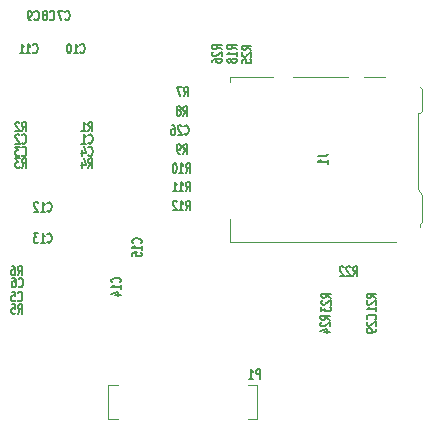
<source format=gbr>
%TF.GenerationSoftware,KiCad,Pcbnew,7.0.6*%
%TF.CreationDate,2023-09-15T14:04:58+02:00*%
%TF.ProjectId,V8,56382e6b-6963-4616-945f-706362585858,rev?*%
%TF.SameCoordinates,Original*%
%TF.FileFunction,Legend,Bot*%
%TF.FilePolarity,Positive*%
%FSLAX46Y46*%
G04 Gerber Fmt 4.6, Leading zero omitted, Abs format (unit mm)*
G04 Created by KiCad (PCBNEW 7.0.6) date 2023-09-15 14:04:58*
%MOMM*%
%LPD*%
G01*
G04 APERTURE LIST*
%ADD10C,0.150000*%
%ADD11C,0.120000*%
%ADD12C,0.100000*%
G04 APERTURE END LIST*
D10*
X153312295Y-84014285D02*
X152931342Y-83814285D01*
X153312295Y-83671428D02*
X152512295Y-83671428D01*
X152512295Y-83671428D02*
X152512295Y-83899999D01*
X152512295Y-83899999D02*
X152550390Y-83957142D01*
X152550390Y-83957142D02*
X152588485Y-83985713D01*
X152588485Y-83985713D02*
X152664676Y-84014285D01*
X152664676Y-84014285D02*
X152778961Y-84014285D01*
X152778961Y-84014285D02*
X152855152Y-83985713D01*
X152855152Y-83985713D02*
X152893247Y-83957142D01*
X152893247Y-83957142D02*
X152931342Y-83899999D01*
X152931342Y-83899999D02*
X152931342Y-83671428D01*
X152588485Y-84242856D02*
X152550390Y-84271428D01*
X152550390Y-84271428D02*
X152512295Y-84328571D01*
X152512295Y-84328571D02*
X152512295Y-84471428D01*
X152512295Y-84471428D02*
X152550390Y-84528571D01*
X152550390Y-84528571D02*
X152588485Y-84557142D01*
X152588485Y-84557142D02*
X152664676Y-84585713D01*
X152664676Y-84585713D02*
X152740866Y-84585713D01*
X152740866Y-84585713D02*
X152855152Y-84557142D01*
X152855152Y-84557142D02*
X153312295Y-84214285D01*
X153312295Y-84214285D02*
X153312295Y-84585713D01*
X152512295Y-85100000D02*
X152512295Y-84985714D01*
X152512295Y-84985714D02*
X152550390Y-84928571D01*
X152550390Y-84928571D02*
X152588485Y-84900000D01*
X152588485Y-84900000D02*
X152702771Y-84842857D01*
X152702771Y-84842857D02*
X152855152Y-84814285D01*
X152855152Y-84814285D02*
X153159914Y-84814285D01*
X153159914Y-84814285D02*
X153236104Y-84842857D01*
X153236104Y-84842857D02*
X153274200Y-84871428D01*
X153274200Y-84871428D02*
X153312295Y-84928571D01*
X153312295Y-84928571D02*
X153312295Y-85042857D01*
X153312295Y-85042857D02*
X153274200Y-85100000D01*
X153274200Y-85100000D02*
X153236104Y-85128571D01*
X153236104Y-85128571D02*
X153159914Y-85157142D01*
X153159914Y-85157142D02*
X152969438Y-85157142D01*
X152969438Y-85157142D02*
X152893247Y-85128571D01*
X152893247Y-85128571D02*
X152855152Y-85100000D01*
X152855152Y-85100000D02*
X152817057Y-85042857D01*
X152817057Y-85042857D02*
X152817057Y-84928571D01*
X152817057Y-84928571D02*
X152855152Y-84871428D01*
X152855152Y-84871428D02*
X152893247Y-84842857D01*
X152893247Y-84842857D02*
X152969438Y-84814285D01*
X154562295Y-84014285D02*
X154181342Y-83814285D01*
X154562295Y-83671428D02*
X153762295Y-83671428D01*
X153762295Y-83671428D02*
X153762295Y-83899999D01*
X153762295Y-83899999D02*
X153800390Y-83957142D01*
X153800390Y-83957142D02*
X153838485Y-83985713D01*
X153838485Y-83985713D02*
X153914676Y-84014285D01*
X153914676Y-84014285D02*
X154028961Y-84014285D01*
X154028961Y-84014285D02*
X154105152Y-83985713D01*
X154105152Y-83985713D02*
X154143247Y-83957142D01*
X154143247Y-83957142D02*
X154181342Y-83899999D01*
X154181342Y-83899999D02*
X154181342Y-83671428D01*
X154562295Y-84585713D02*
X154562295Y-84242856D01*
X154562295Y-84414285D02*
X153762295Y-84414285D01*
X153762295Y-84414285D02*
X153876580Y-84357142D01*
X153876580Y-84357142D02*
X153952771Y-84299999D01*
X153952771Y-84299999D02*
X153990866Y-84242856D01*
X154105152Y-84928571D02*
X154067057Y-84871428D01*
X154067057Y-84871428D02*
X154028961Y-84842857D01*
X154028961Y-84842857D02*
X153952771Y-84814285D01*
X153952771Y-84814285D02*
X153914676Y-84814285D01*
X153914676Y-84814285D02*
X153838485Y-84842857D01*
X153838485Y-84842857D02*
X153800390Y-84871428D01*
X153800390Y-84871428D02*
X153762295Y-84928571D01*
X153762295Y-84928571D02*
X153762295Y-85042857D01*
X153762295Y-85042857D02*
X153800390Y-85100000D01*
X153800390Y-85100000D02*
X153838485Y-85128571D01*
X153838485Y-85128571D02*
X153914676Y-85157142D01*
X153914676Y-85157142D02*
X153952771Y-85157142D01*
X153952771Y-85157142D02*
X154028961Y-85128571D01*
X154028961Y-85128571D02*
X154067057Y-85100000D01*
X154067057Y-85100000D02*
X154105152Y-85042857D01*
X154105152Y-85042857D02*
X154105152Y-84928571D01*
X154105152Y-84928571D02*
X154143247Y-84871428D01*
X154143247Y-84871428D02*
X154181342Y-84842857D01*
X154181342Y-84842857D02*
X154257533Y-84814285D01*
X154257533Y-84814285D02*
X154409914Y-84814285D01*
X154409914Y-84814285D02*
X154486104Y-84842857D01*
X154486104Y-84842857D02*
X154524200Y-84871428D01*
X154524200Y-84871428D02*
X154562295Y-84928571D01*
X154562295Y-84928571D02*
X154562295Y-85042857D01*
X154562295Y-85042857D02*
X154524200Y-85100000D01*
X154524200Y-85100000D02*
X154486104Y-85128571D01*
X154486104Y-85128571D02*
X154409914Y-85157142D01*
X154409914Y-85157142D02*
X154257533Y-85157142D01*
X154257533Y-85157142D02*
X154181342Y-85128571D01*
X154181342Y-85128571D02*
X154143247Y-85100000D01*
X154143247Y-85100000D02*
X154105152Y-85042857D01*
X136399999Y-90962295D02*
X136599999Y-90581342D01*
X136742856Y-90962295D02*
X136742856Y-90162295D01*
X136742856Y-90162295D02*
X136514285Y-90162295D01*
X136514285Y-90162295D02*
X136457142Y-90200390D01*
X136457142Y-90200390D02*
X136428571Y-90238485D01*
X136428571Y-90238485D02*
X136399999Y-90314676D01*
X136399999Y-90314676D02*
X136399999Y-90428961D01*
X136399999Y-90428961D02*
X136428571Y-90505152D01*
X136428571Y-90505152D02*
X136457142Y-90543247D01*
X136457142Y-90543247D02*
X136514285Y-90581342D01*
X136514285Y-90581342D02*
X136742856Y-90581342D01*
X136171428Y-90238485D02*
X136142856Y-90200390D01*
X136142856Y-90200390D02*
X136085714Y-90162295D01*
X136085714Y-90162295D02*
X135942856Y-90162295D01*
X135942856Y-90162295D02*
X135885714Y-90200390D01*
X135885714Y-90200390D02*
X135857142Y-90238485D01*
X135857142Y-90238485D02*
X135828571Y-90314676D01*
X135828571Y-90314676D02*
X135828571Y-90390866D01*
X135828571Y-90390866D02*
X135857142Y-90505152D01*
X135857142Y-90505152D02*
X136199999Y-90962295D01*
X136199999Y-90962295D02*
X135828571Y-90962295D01*
X150135714Y-91186104D02*
X150164286Y-91224200D01*
X150164286Y-91224200D02*
X150250000Y-91262295D01*
X150250000Y-91262295D02*
X150307143Y-91262295D01*
X150307143Y-91262295D02*
X150392857Y-91224200D01*
X150392857Y-91224200D02*
X150450000Y-91148009D01*
X150450000Y-91148009D02*
X150478571Y-91071819D01*
X150478571Y-91071819D02*
X150507143Y-90919438D01*
X150507143Y-90919438D02*
X150507143Y-90805152D01*
X150507143Y-90805152D02*
X150478571Y-90652771D01*
X150478571Y-90652771D02*
X150450000Y-90576580D01*
X150450000Y-90576580D02*
X150392857Y-90500390D01*
X150392857Y-90500390D02*
X150307143Y-90462295D01*
X150307143Y-90462295D02*
X150250000Y-90462295D01*
X150250000Y-90462295D02*
X150164286Y-90500390D01*
X150164286Y-90500390D02*
X150135714Y-90538485D01*
X149907143Y-90538485D02*
X149878571Y-90500390D01*
X149878571Y-90500390D02*
X149821429Y-90462295D01*
X149821429Y-90462295D02*
X149678571Y-90462295D01*
X149678571Y-90462295D02*
X149621429Y-90500390D01*
X149621429Y-90500390D02*
X149592857Y-90538485D01*
X149592857Y-90538485D02*
X149564286Y-90614676D01*
X149564286Y-90614676D02*
X149564286Y-90690866D01*
X149564286Y-90690866D02*
X149592857Y-90805152D01*
X149592857Y-90805152D02*
X149935714Y-91262295D01*
X149935714Y-91262295D02*
X149564286Y-91262295D01*
X149050000Y-90462295D02*
X149164285Y-90462295D01*
X149164285Y-90462295D02*
X149221428Y-90500390D01*
X149221428Y-90500390D02*
X149250000Y-90538485D01*
X149250000Y-90538485D02*
X149307142Y-90652771D01*
X149307142Y-90652771D02*
X149335714Y-90805152D01*
X149335714Y-90805152D02*
X149335714Y-91109914D01*
X149335714Y-91109914D02*
X149307142Y-91186104D01*
X149307142Y-91186104D02*
X149278571Y-91224200D01*
X149278571Y-91224200D02*
X149221428Y-91262295D01*
X149221428Y-91262295D02*
X149107142Y-91262295D01*
X149107142Y-91262295D02*
X149050000Y-91224200D01*
X149050000Y-91224200D02*
X149021428Y-91186104D01*
X149021428Y-91186104D02*
X148992857Y-91109914D01*
X148992857Y-91109914D02*
X148992857Y-90919438D01*
X148992857Y-90919438D02*
X149021428Y-90843247D01*
X149021428Y-90843247D02*
X149050000Y-90805152D01*
X149050000Y-90805152D02*
X149107142Y-90767057D01*
X149107142Y-90767057D02*
X149221428Y-90767057D01*
X149221428Y-90767057D02*
X149278571Y-90805152D01*
X149278571Y-90805152D02*
X149307142Y-90843247D01*
X149307142Y-90843247D02*
X149335714Y-90919438D01*
X141999999Y-90962295D02*
X142199999Y-90581342D01*
X142342856Y-90962295D02*
X142342856Y-90162295D01*
X142342856Y-90162295D02*
X142114285Y-90162295D01*
X142114285Y-90162295D02*
X142057142Y-90200390D01*
X142057142Y-90200390D02*
X142028571Y-90238485D01*
X142028571Y-90238485D02*
X141999999Y-90314676D01*
X141999999Y-90314676D02*
X141999999Y-90428961D01*
X141999999Y-90428961D02*
X142028571Y-90505152D01*
X142028571Y-90505152D02*
X142057142Y-90543247D01*
X142057142Y-90543247D02*
X142114285Y-90581342D01*
X142114285Y-90581342D02*
X142342856Y-90581342D01*
X141428571Y-90962295D02*
X141771428Y-90962295D01*
X141599999Y-90962295D02*
X141599999Y-90162295D01*
X141599999Y-90162295D02*
X141657142Y-90276580D01*
X141657142Y-90276580D02*
X141714285Y-90352771D01*
X141714285Y-90352771D02*
X141771428Y-90390866D01*
X136049999Y-105286104D02*
X136078571Y-105324200D01*
X136078571Y-105324200D02*
X136164285Y-105362295D01*
X136164285Y-105362295D02*
X136221428Y-105362295D01*
X136221428Y-105362295D02*
X136307142Y-105324200D01*
X136307142Y-105324200D02*
X136364285Y-105248009D01*
X136364285Y-105248009D02*
X136392856Y-105171819D01*
X136392856Y-105171819D02*
X136421428Y-105019438D01*
X136421428Y-105019438D02*
X136421428Y-104905152D01*
X136421428Y-104905152D02*
X136392856Y-104752771D01*
X136392856Y-104752771D02*
X136364285Y-104676580D01*
X136364285Y-104676580D02*
X136307142Y-104600390D01*
X136307142Y-104600390D02*
X136221428Y-104562295D01*
X136221428Y-104562295D02*
X136164285Y-104562295D01*
X136164285Y-104562295D02*
X136078571Y-104600390D01*
X136078571Y-104600390D02*
X136049999Y-104638485D01*
X135507142Y-104562295D02*
X135792856Y-104562295D01*
X135792856Y-104562295D02*
X135821428Y-104943247D01*
X135821428Y-104943247D02*
X135792856Y-104905152D01*
X135792856Y-104905152D02*
X135735714Y-104867057D01*
X135735714Y-104867057D02*
X135592856Y-104867057D01*
X135592856Y-104867057D02*
X135535714Y-104905152D01*
X135535714Y-104905152D02*
X135507142Y-104943247D01*
X135507142Y-104943247D02*
X135478571Y-105019438D01*
X135478571Y-105019438D02*
X135478571Y-105209914D01*
X135478571Y-105209914D02*
X135507142Y-105286104D01*
X135507142Y-105286104D02*
X135535714Y-105324200D01*
X135535714Y-105324200D02*
X135592856Y-105362295D01*
X135592856Y-105362295D02*
X135735714Y-105362295D01*
X135735714Y-105362295D02*
X135792856Y-105324200D01*
X135792856Y-105324200D02*
X135821428Y-105286104D01*
X146436104Y-100414285D02*
X146474200Y-100385713D01*
X146474200Y-100385713D02*
X146512295Y-100299999D01*
X146512295Y-100299999D02*
X146512295Y-100242856D01*
X146512295Y-100242856D02*
X146474200Y-100157142D01*
X146474200Y-100157142D02*
X146398009Y-100099999D01*
X146398009Y-100099999D02*
X146321819Y-100071428D01*
X146321819Y-100071428D02*
X146169438Y-100042856D01*
X146169438Y-100042856D02*
X146055152Y-100042856D01*
X146055152Y-100042856D02*
X145902771Y-100071428D01*
X145902771Y-100071428D02*
X145826580Y-100099999D01*
X145826580Y-100099999D02*
X145750390Y-100157142D01*
X145750390Y-100157142D02*
X145712295Y-100242856D01*
X145712295Y-100242856D02*
X145712295Y-100299999D01*
X145712295Y-100299999D02*
X145750390Y-100385713D01*
X145750390Y-100385713D02*
X145788485Y-100414285D01*
X146512295Y-100985713D02*
X146512295Y-100642856D01*
X146512295Y-100814285D02*
X145712295Y-100814285D01*
X145712295Y-100814285D02*
X145826580Y-100757142D01*
X145826580Y-100757142D02*
X145902771Y-100699999D01*
X145902771Y-100699999D02*
X145940866Y-100642856D01*
X145712295Y-101528571D02*
X145712295Y-101242857D01*
X145712295Y-101242857D02*
X146093247Y-101214285D01*
X146093247Y-101214285D02*
X146055152Y-101242857D01*
X146055152Y-101242857D02*
X146017057Y-101300000D01*
X146017057Y-101300000D02*
X146017057Y-101442857D01*
X146017057Y-101442857D02*
X146055152Y-101500000D01*
X146055152Y-101500000D02*
X146093247Y-101528571D01*
X146093247Y-101528571D02*
X146169438Y-101557142D01*
X146169438Y-101557142D02*
X146359914Y-101557142D01*
X146359914Y-101557142D02*
X146436104Y-101528571D01*
X146436104Y-101528571D02*
X146474200Y-101500000D01*
X146474200Y-101500000D02*
X146512295Y-101442857D01*
X146512295Y-101442857D02*
X146512295Y-101300000D01*
X146512295Y-101300000D02*
X146474200Y-101242857D01*
X146474200Y-101242857D02*
X146436104Y-101214285D01*
X150285714Y-96062295D02*
X150485714Y-95681342D01*
X150628571Y-96062295D02*
X150628571Y-95262295D01*
X150628571Y-95262295D02*
X150400000Y-95262295D01*
X150400000Y-95262295D02*
X150342857Y-95300390D01*
X150342857Y-95300390D02*
X150314286Y-95338485D01*
X150314286Y-95338485D02*
X150285714Y-95414676D01*
X150285714Y-95414676D02*
X150285714Y-95528961D01*
X150285714Y-95528961D02*
X150314286Y-95605152D01*
X150314286Y-95605152D02*
X150342857Y-95643247D01*
X150342857Y-95643247D02*
X150400000Y-95681342D01*
X150400000Y-95681342D02*
X150628571Y-95681342D01*
X149714286Y-96062295D02*
X150057143Y-96062295D01*
X149885714Y-96062295D02*
X149885714Y-95262295D01*
X149885714Y-95262295D02*
X149942857Y-95376580D01*
X149942857Y-95376580D02*
X150000000Y-95452771D01*
X150000000Y-95452771D02*
X150057143Y-95490866D01*
X149142857Y-96062295D02*
X149485714Y-96062295D01*
X149314285Y-96062295D02*
X149314285Y-95262295D01*
X149314285Y-95262295D02*
X149371428Y-95376580D01*
X149371428Y-95376580D02*
X149428571Y-95452771D01*
X149428571Y-95452771D02*
X149485714Y-95490866D01*
X136049999Y-103162295D02*
X136249999Y-102781342D01*
X136392856Y-103162295D02*
X136392856Y-102362295D01*
X136392856Y-102362295D02*
X136164285Y-102362295D01*
X136164285Y-102362295D02*
X136107142Y-102400390D01*
X136107142Y-102400390D02*
X136078571Y-102438485D01*
X136078571Y-102438485D02*
X136049999Y-102514676D01*
X136049999Y-102514676D02*
X136049999Y-102628961D01*
X136049999Y-102628961D02*
X136078571Y-102705152D01*
X136078571Y-102705152D02*
X136107142Y-102743247D01*
X136107142Y-102743247D02*
X136164285Y-102781342D01*
X136164285Y-102781342D02*
X136392856Y-102781342D01*
X135535714Y-102362295D02*
X135649999Y-102362295D01*
X135649999Y-102362295D02*
X135707142Y-102400390D01*
X135707142Y-102400390D02*
X135735714Y-102438485D01*
X135735714Y-102438485D02*
X135792856Y-102552771D01*
X135792856Y-102552771D02*
X135821428Y-102705152D01*
X135821428Y-102705152D02*
X135821428Y-103009914D01*
X135821428Y-103009914D02*
X135792856Y-103086104D01*
X135792856Y-103086104D02*
X135764285Y-103124200D01*
X135764285Y-103124200D02*
X135707142Y-103162295D01*
X135707142Y-103162295D02*
X135592856Y-103162295D01*
X135592856Y-103162295D02*
X135535714Y-103124200D01*
X135535714Y-103124200D02*
X135507142Y-103086104D01*
X135507142Y-103086104D02*
X135478571Y-103009914D01*
X135478571Y-103009914D02*
X135478571Y-102819438D01*
X135478571Y-102819438D02*
X135507142Y-102743247D01*
X135507142Y-102743247D02*
X135535714Y-102705152D01*
X135535714Y-102705152D02*
X135592856Y-102667057D01*
X135592856Y-102667057D02*
X135707142Y-102667057D01*
X135707142Y-102667057D02*
X135764285Y-102705152D01*
X135764285Y-102705152D02*
X135792856Y-102743247D01*
X135792856Y-102743247D02*
X135821428Y-102819438D01*
X138749999Y-81486104D02*
X138778571Y-81524200D01*
X138778571Y-81524200D02*
X138864285Y-81562295D01*
X138864285Y-81562295D02*
X138921428Y-81562295D01*
X138921428Y-81562295D02*
X139007142Y-81524200D01*
X139007142Y-81524200D02*
X139064285Y-81448009D01*
X139064285Y-81448009D02*
X139092856Y-81371819D01*
X139092856Y-81371819D02*
X139121428Y-81219438D01*
X139121428Y-81219438D02*
X139121428Y-81105152D01*
X139121428Y-81105152D02*
X139092856Y-80952771D01*
X139092856Y-80952771D02*
X139064285Y-80876580D01*
X139064285Y-80876580D02*
X139007142Y-80800390D01*
X139007142Y-80800390D02*
X138921428Y-80762295D01*
X138921428Y-80762295D02*
X138864285Y-80762295D01*
X138864285Y-80762295D02*
X138778571Y-80800390D01*
X138778571Y-80800390D02*
X138749999Y-80838485D01*
X138407142Y-81105152D02*
X138464285Y-81067057D01*
X138464285Y-81067057D02*
X138492856Y-81028961D01*
X138492856Y-81028961D02*
X138521428Y-80952771D01*
X138521428Y-80952771D02*
X138521428Y-80914676D01*
X138521428Y-80914676D02*
X138492856Y-80838485D01*
X138492856Y-80838485D02*
X138464285Y-80800390D01*
X138464285Y-80800390D02*
X138407142Y-80762295D01*
X138407142Y-80762295D02*
X138292856Y-80762295D01*
X138292856Y-80762295D02*
X138235714Y-80800390D01*
X138235714Y-80800390D02*
X138207142Y-80838485D01*
X138207142Y-80838485D02*
X138178571Y-80914676D01*
X138178571Y-80914676D02*
X138178571Y-80952771D01*
X138178571Y-80952771D02*
X138207142Y-81028961D01*
X138207142Y-81028961D02*
X138235714Y-81067057D01*
X138235714Y-81067057D02*
X138292856Y-81105152D01*
X138292856Y-81105152D02*
X138407142Y-81105152D01*
X138407142Y-81105152D02*
X138464285Y-81143247D01*
X138464285Y-81143247D02*
X138492856Y-81181342D01*
X138492856Y-81181342D02*
X138521428Y-81257533D01*
X138521428Y-81257533D02*
X138521428Y-81409914D01*
X138521428Y-81409914D02*
X138492856Y-81486104D01*
X138492856Y-81486104D02*
X138464285Y-81524200D01*
X138464285Y-81524200D02*
X138407142Y-81562295D01*
X138407142Y-81562295D02*
X138292856Y-81562295D01*
X138292856Y-81562295D02*
X138235714Y-81524200D01*
X138235714Y-81524200D02*
X138207142Y-81486104D01*
X138207142Y-81486104D02*
X138178571Y-81409914D01*
X138178571Y-81409914D02*
X138178571Y-81257533D01*
X138178571Y-81257533D02*
X138207142Y-81181342D01*
X138207142Y-81181342D02*
X138235714Y-81143247D01*
X138235714Y-81143247D02*
X138292856Y-81105152D01*
X136399999Y-94062295D02*
X136599999Y-93681342D01*
X136742856Y-94062295D02*
X136742856Y-93262295D01*
X136742856Y-93262295D02*
X136514285Y-93262295D01*
X136514285Y-93262295D02*
X136457142Y-93300390D01*
X136457142Y-93300390D02*
X136428571Y-93338485D01*
X136428571Y-93338485D02*
X136399999Y-93414676D01*
X136399999Y-93414676D02*
X136399999Y-93528961D01*
X136399999Y-93528961D02*
X136428571Y-93605152D01*
X136428571Y-93605152D02*
X136457142Y-93643247D01*
X136457142Y-93643247D02*
X136514285Y-93681342D01*
X136514285Y-93681342D02*
X136742856Y-93681342D01*
X136199999Y-93262295D02*
X135828571Y-93262295D01*
X135828571Y-93262295D02*
X136028571Y-93567057D01*
X136028571Y-93567057D02*
X135942856Y-93567057D01*
X135942856Y-93567057D02*
X135885714Y-93605152D01*
X135885714Y-93605152D02*
X135857142Y-93643247D01*
X135857142Y-93643247D02*
X135828571Y-93719438D01*
X135828571Y-93719438D02*
X135828571Y-93909914D01*
X135828571Y-93909914D02*
X135857142Y-93986104D01*
X135857142Y-93986104D02*
X135885714Y-94024200D01*
X135885714Y-94024200D02*
X135942856Y-94062295D01*
X135942856Y-94062295D02*
X136114285Y-94062295D01*
X136114285Y-94062295D02*
X136171428Y-94024200D01*
X136171428Y-94024200D02*
X136199999Y-93986104D01*
X136399999Y-92986104D02*
X136428571Y-93024200D01*
X136428571Y-93024200D02*
X136514285Y-93062295D01*
X136514285Y-93062295D02*
X136571428Y-93062295D01*
X136571428Y-93062295D02*
X136657142Y-93024200D01*
X136657142Y-93024200D02*
X136714285Y-92948009D01*
X136714285Y-92948009D02*
X136742856Y-92871819D01*
X136742856Y-92871819D02*
X136771428Y-92719438D01*
X136771428Y-92719438D02*
X136771428Y-92605152D01*
X136771428Y-92605152D02*
X136742856Y-92452771D01*
X136742856Y-92452771D02*
X136714285Y-92376580D01*
X136714285Y-92376580D02*
X136657142Y-92300390D01*
X136657142Y-92300390D02*
X136571428Y-92262295D01*
X136571428Y-92262295D02*
X136514285Y-92262295D01*
X136514285Y-92262295D02*
X136428571Y-92300390D01*
X136428571Y-92300390D02*
X136399999Y-92338485D01*
X136199999Y-92262295D02*
X135828571Y-92262295D01*
X135828571Y-92262295D02*
X136028571Y-92567057D01*
X136028571Y-92567057D02*
X135942856Y-92567057D01*
X135942856Y-92567057D02*
X135885714Y-92605152D01*
X135885714Y-92605152D02*
X135857142Y-92643247D01*
X135857142Y-92643247D02*
X135828571Y-92719438D01*
X135828571Y-92719438D02*
X135828571Y-92909914D01*
X135828571Y-92909914D02*
X135857142Y-92986104D01*
X135857142Y-92986104D02*
X135885714Y-93024200D01*
X135885714Y-93024200D02*
X135942856Y-93062295D01*
X135942856Y-93062295D02*
X136114285Y-93062295D01*
X136114285Y-93062295D02*
X136171428Y-93024200D01*
X136171428Y-93024200D02*
X136199999Y-92986104D01*
X141999999Y-92986104D02*
X142028571Y-93024200D01*
X142028571Y-93024200D02*
X142114285Y-93062295D01*
X142114285Y-93062295D02*
X142171428Y-93062295D01*
X142171428Y-93062295D02*
X142257142Y-93024200D01*
X142257142Y-93024200D02*
X142314285Y-92948009D01*
X142314285Y-92948009D02*
X142342856Y-92871819D01*
X142342856Y-92871819D02*
X142371428Y-92719438D01*
X142371428Y-92719438D02*
X142371428Y-92605152D01*
X142371428Y-92605152D02*
X142342856Y-92452771D01*
X142342856Y-92452771D02*
X142314285Y-92376580D01*
X142314285Y-92376580D02*
X142257142Y-92300390D01*
X142257142Y-92300390D02*
X142171428Y-92262295D01*
X142171428Y-92262295D02*
X142114285Y-92262295D01*
X142114285Y-92262295D02*
X142028571Y-92300390D01*
X142028571Y-92300390D02*
X141999999Y-92338485D01*
X141485714Y-92528961D02*
X141485714Y-93062295D01*
X141628571Y-92224200D02*
X141771428Y-92795628D01*
X141771428Y-92795628D02*
X141399999Y-92795628D01*
X150285714Y-97662295D02*
X150485714Y-97281342D01*
X150628571Y-97662295D02*
X150628571Y-96862295D01*
X150628571Y-96862295D02*
X150400000Y-96862295D01*
X150400000Y-96862295D02*
X150342857Y-96900390D01*
X150342857Y-96900390D02*
X150314286Y-96938485D01*
X150314286Y-96938485D02*
X150285714Y-97014676D01*
X150285714Y-97014676D02*
X150285714Y-97128961D01*
X150285714Y-97128961D02*
X150314286Y-97205152D01*
X150314286Y-97205152D02*
X150342857Y-97243247D01*
X150342857Y-97243247D02*
X150400000Y-97281342D01*
X150400000Y-97281342D02*
X150628571Y-97281342D01*
X149714286Y-97662295D02*
X150057143Y-97662295D01*
X149885714Y-97662295D02*
X149885714Y-96862295D01*
X149885714Y-96862295D02*
X149942857Y-96976580D01*
X149942857Y-96976580D02*
X150000000Y-97052771D01*
X150000000Y-97052771D02*
X150057143Y-97090866D01*
X149485714Y-96938485D02*
X149457142Y-96900390D01*
X149457142Y-96900390D02*
X149400000Y-96862295D01*
X149400000Y-96862295D02*
X149257142Y-96862295D01*
X149257142Y-96862295D02*
X149200000Y-96900390D01*
X149200000Y-96900390D02*
X149171428Y-96938485D01*
X149171428Y-96938485D02*
X149142857Y-97014676D01*
X149142857Y-97014676D02*
X149142857Y-97090866D01*
X149142857Y-97090866D02*
X149171428Y-97205152D01*
X149171428Y-97205152D02*
X149514285Y-97662295D01*
X149514285Y-97662295D02*
X149142857Y-97662295D01*
X161462295Y-93099999D02*
X162033723Y-93099999D01*
X162033723Y-93099999D02*
X162148009Y-93071428D01*
X162148009Y-93071428D02*
X162224200Y-93014285D01*
X162224200Y-93014285D02*
X162262295Y-92928571D01*
X162262295Y-92928571D02*
X162262295Y-92871428D01*
X162262295Y-93699999D02*
X162262295Y-93357142D01*
X162262295Y-93528571D02*
X161462295Y-93528571D01*
X161462295Y-93528571D02*
X161576580Y-93471428D01*
X161576580Y-93471428D02*
X161652771Y-93414285D01*
X161652771Y-93414285D02*
X161690866Y-93357142D01*
X136399999Y-91936104D02*
X136428571Y-91974200D01*
X136428571Y-91974200D02*
X136514285Y-92012295D01*
X136514285Y-92012295D02*
X136571428Y-92012295D01*
X136571428Y-92012295D02*
X136657142Y-91974200D01*
X136657142Y-91974200D02*
X136714285Y-91898009D01*
X136714285Y-91898009D02*
X136742856Y-91821819D01*
X136742856Y-91821819D02*
X136771428Y-91669438D01*
X136771428Y-91669438D02*
X136771428Y-91555152D01*
X136771428Y-91555152D02*
X136742856Y-91402771D01*
X136742856Y-91402771D02*
X136714285Y-91326580D01*
X136714285Y-91326580D02*
X136657142Y-91250390D01*
X136657142Y-91250390D02*
X136571428Y-91212295D01*
X136571428Y-91212295D02*
X136514285Y-91212295D01*
X136514285Y-91212295D02*
X136428571Y-91250390D01*
X136428571Y-91250390D02*
X136399999Y-91288485D01*
X136171428Y-91288485D02*
X136142856Y-91250390D01*
X136142856Y-91250390D02*
X136085714Y-91212295D01*
X136085714Y-91212295D02*
X135942856Y-91212295D01*
X135942856Y-91212295D02*
X135885714Y-91250390D01*
X135885714Y-91250390D02*
X135857142Y-91288485D01*
X135857142Y-91288485D02*
X135828571Y-91364676D01*
X135828571Y-91364676D02*
X135828571Y-91440866D01*
X135828571Y-91440866D02*
X135857142Y-91555152D01*
X135857142Y-91555152D02*
X136199999Y-92012295D01*
X136199999Y-92012295D02*
X135828571Y-92012295D01*
X141335714Y-84286104D02*
X141364286Y-84324200D01*
X141364286Y-84324200D02*
X141450000Y-84362295D01*
X141450000Y-84362295D02*
X141507143Y-84362295D01*
X141507143Y-84362295D02*
X141592857Y-84324200D01*
X141592857Y-84324200D02*
X141650000Y-84248009D01*
X141650000Y-84248009D02*
X141678571Y-84171819D01*
X141678571Y-84171819D02*
X141707143Y-84019438D01*
X141707143Y-84019438D02*
X141707143Y-83905152D01*
X141707143Y-83905152D02*
X141678571Y-83752771D01*
X141678571Y-83752771D02*
X141650000Y-83676580D01*
X141650000Y-83676580D02*
X141592857Y-83600390D01*
X141592857Y-83600390D02*
X141507143Y-83562295D01*
X141507143Y-83562295D02*
X141450000Y-83562295D01*
X141450000Y-83562295D02*
X141364286Y-83600390D01*
X141364286Y-83600390D02*
X141335714Y-83638485D01*
X140764286Y-84362295D02*
X141107143Y-84362295D01*
X140935714Y-84362295D02*
X140935714Y-83562295D01*
X140935714Y-83562295D02*
X140992857Y-83676580D01*
X140992857Y-83676580D02*
X141050000Y-83752771D01*
X141050000Y-83752771D02*
X141107143Y-83790866D01*
X140392857Y-83562295D02*
X140335714Y-83562295D01*
X140335714Y-83562295D02*
X140278571Y-83600390D01*
X140278571Y-83600390D02*
X140250000Y-83638485D01*
X140250000Y-83638485D02*
X140221428Y-83714676D01*
X140221428Y-83714676D02*
X140192857Y-83867057D01*
X140192857Y-83867057D02*
X140192857Y-84057533D01*
X140192857Y-84057533D02*
X140221428Y-84209914D01*
X140221428Y-84209914D02*
X140250000Y-84286104D01*
X140250000Y-84286104D02*
X140278571Y-84324200D01*
X140278571Y-84324200D02*
X140335714Y-84362295D01*
X140335714Y-84362295D02*
X140392857Y-84362295D01*
X140392857Y-84362295D02*
X140450000Y-84324200D01*
X140450000Y-84324200D02*
X140478571Y-84286104D01*
X140478571Y-84286104D02*
X140507142Y-84209914D01*
X140507142Y-84209914D02*
X140535714Y-84057533D01*
X140535714Y-84057533D02*
X140535714Y-83867057D01*
X140535714Y-83867057D02*
X140507142Y-83714676D01*
X140507142Y-83714676D02*
X140478571Y-83638485D01*
X140478571Y-83638485D02*
X140450000Y-83600390D01*
X140450000Y-83600390D02*
X140392857Y-83562295D01*
X150099999Y-88012295D02*
X150299999Y-87631342D01*
X150442856Y-88012295D02*
X150442856Y-87212295D01*
X150442856Y-87212295D02*
X150214285Y-87212295D01*
X150214285Y-87212295D02*
X150157142Y-87250390D01*
X150157142Y-87250390D02*
X150128571Y-87288485D01*
X150128571Y-87288485D02*
X150099999Y-87364676D01*
X150099999Y-87364676D02*
X150099999Y-87478961D01*
X150099999Y-87478961D02*
X150128571Y-87555152D01*
X150128571Y-87555152D02*
X150157142Y-87593247D01*
X150157142Y-87593247D02*
X150214285Y-87631342D01*
X150214285Y-87631342D02*
X150442856Y-87631342D01*
X149899999Y-87212295D02*
X149499999Y-87212295D01*
X149499999Y-87212295D02*
X149757142Y-88012295D01*
X138535714Y-100336104D02*
X138564286Y-100374200D01*
X138564286Y-100374200D02*
X138650000Y-100412295D01*
X138650000Y-100412295D02*
X138707143Y-100412295D01*
X138707143Y-100412295D02*
X138792857Y-100374200D01*
X138792857Y-100374200D02*
X138850000Y-100298009D01*
X138850000Y-100298009D02*
X138878571Y-100221819D01*
X138878571Y-100221819D02*
X138907143Y-100069438D01*
X138907143Y-100069438D02*
X138907143Y-99955152D01*
X138907143Y-99955152D02*
X138878571Y-99802771D01*
X138878571Y-99802771D02*
X138850000Y-99726580D01*
X138850000Y-99726580D02*
X138792857Y-99650390D01*
X138792857Y-99650390D02*
X138707143Y-99612295D01*
X138707143Y-99612295D02*
X138650000Y-99612295D01*
X138650000Y-99612295D02*
X138564286Y-99650390D01*
X138564286Y-99650390D02*
X138535714Y-99688485D01*
X137964286Y-100412295D02*
X138307143Y-100412295D01*
X138135714Y-100412295D02*
X138135714Y-99612295D01*
X138135714Y-99612295D02*
X138192857Y-99726580D01*
X138192857Y-99726580D02*
X138250000Y-99802771D01*
X138250000Y-99802771D02*
X138307143Y-99840866D01*
X137764285Y-99612295D02*
X137392857Y-99612295D01*
X137392857Y-99612295D02*
X137592857Y-99917057D01*
X137592857Y-99917057D02*
X137507142Y-99917057D01*
X137507142Y-99917057D02*
X137450000Y-99955152D01*
X137450000Y-99955152D02*
X137421428Y-99993247D01*
X137421428Y-99993247D02*
X137392857Y-100069438D01*
X137392857Y-100069438D02*
X137392857Y-100259914D01*
X137392857Y-100259914D02*
X137421428Y-100336104D01*
X137421428Y-100336104D02*
X137450000Y-100374200D01*
X137450000Y-100374200D02*
X137507142Y-100412295D01*
X137507142Y-100412295D02*
X137678571Y-100412295D01*
X137678571Y-100412295D02*
X137735714Y-100374200D01*
X137735714Y-100374200D02*
X137764285Y-100336104D01*
X150049999Y-92862295D02*
X150249999Y-92481342D01*
X150392856Y-92862295D02*
X150392856Y-92062295D01*
X150392856Y-92062295D02*
X150164285Y-92062295D01*
X150164285Y-92062295D02*
X150107142Y-92100390D01*
X150107142Y-92100390D02*
X150078571Y-92138485D01*
X150078571Y-92138485D02*
X150049999Y-92214676D01*
X150049999Y-92214676D02*
X150049999Y-92328961D01*
X150049999Y-92328961D02*
X150078571Y-92405152D01*
X150078571Y-92405152D02*
X150107142Y-92443247D01*
X150107142Y-92443247D02*
X150164285Y-92481342D01*
X150164285Y-92481342D02*
X150392856Y-92481342D01*
X149764285Y-92862295D02*
X149649999Y-92862295D01*
X149649999Y-92862295D02*
X149592856Y-92824200D01*
X149592856Y-92824200D02*
X149564285Y-92786104D01*
X149564285Y-92786104D02*
X149507142Y-92671819D01*
X149507142Y-92671819D02*
X149478571Y-92519438D01*
X149478571Y-92519438D02*
X149478571Y-92214676D01*
X149478571Y-92214676D02*
X149507142Y-92138485D01*
X149507142Y-92138485D02*
X149535714Y-92100390D01*
X149535714Y-92100390D02*
X149592856Y-92062295D01*
X149592856Y-92062295D02*
X149707142Y-92062295D01*
X149707142Y-92062295D02*
X149764285Y-92100390D01*
X149764285Y-92100390D02*
X149792856Y-92138485D01*
X149792856Y-92138485D02*
X149821428Y-92214676D01*
X149821428Y-92214676D02*
X149821428Y-92405152D01*
X149821428Y-92405152D02*
X149792856Y-92481342D01*
X149792856Y-92481342D02*
X149764285Y-92519438D01*
X149764285Y-92519438D02*
X149707142Y-92557533D01*
X149707142Y-92557533D02*
X149592856Y-92557533D01*
X149592856Y-92557533D02*
X149535714Y-92519438D01*
X149535714Y-92519438D02*
X149507142Y-92481342D01*
X149507142Y-92481342D02*
X149478571Y-92405152D01*
X136049999Y-106412295D02*
X136249999Y-106031342D01*
X136392856Y-106412295D02*
X136392856Y-105612295D01*
X136392856Y-105612295D02*
X136164285Y-105612295D01*
X136164285Y-105612295D02*
X136107142Y-105650390D01*
X136107142Y-105650390D02*
X136078571Y-105688485D01*
X136078571Y-105688485D02*
X136049999Y-105764676D01*
X136049999Y-105764676D02*
X136049999Y-105878961D01*
X136049999Y-105878961D02*
X136078571Y-105955152D01*
X136078571Y-105955152D02*
X136107142Y-105993247D01*
X136107142Y-105993247D02*
X136164285Y-106031342D01*
X136164285Y-106031342D02*
X136392856Y-106031342D01*
X135507142Y-105612295D02*
X135792856Y-105612295D01*
X135792856Y-105612295D02*
X135821428Y-105993247D01*
X135821428Y-105993247D02*
X135792856Y-105955152D01*
X135792856Y-105955152D02*
X135735714Y-105917057D01*
X135735714Y-105917057D02*
X135592856Y-105917057D01*
X135592856Y-105917057D02*
X135535714Y-105955152D01*
X135535714Y-105955152D02*
X135507142Y-105993247D01*
X135507142Y-105993247D02*
X135478571Y-106069438D01*
X135478571Y-106069438D02*
X135478571Y-106259914D01*
X135478571Y-106259914D02*
X135507142Y-106336104D01*
X135507142Y-106336104D02*
X135535714Y-106374200D01*
X135535714Y-106374200D02*
X135592856Y-106412295D01*
X135592856Y-106412295D02*
X135735714Y-106412295D01*
X135735714Y-106412295D02*
X135792856Y-106374200D01*
X135792856Y-106374200D02*
X135821428Y-106336104D01*
X150285714Y-94462295D02*
X150485714Y-94081342D01*
X150628571Y-94462295D02*
X150628571Y-93662295D01*
X150628571Y-93662295D02*
X150400000Y-93662295D01*
X150400000Y-93662295D02*
X150342857Y-93700390D01*
X150342857Y-93700390D02*
X150314286Y-93738485D01*
X150314286Y-93738485D02*
X150285714Y-93814676D01*
X150285714Y-93814676D02*
X150285714Y-93928961D01*
X150285714Y-93928961D02*
X150314286Y-94005152D01*
X150314286Y-94005152D02*
X150342857Y-94043247D01*
X150342857Y-94043247D02*
X150400000Y-94081342D01*
X150400000Y-94081342D02*
X150628571Y-94081342D01*
X149714286Y-94462295D02*
X150057143Y-94462295D01*
X149885714Y-94462295D02*
X149885714Y-93662295D01*
X149885714Y-93662295D02*
X149942857Y-93776580D01*
X149942857Y-93776580D02*
X150000000Y-93852771D01*
X150000000Y-93852771D02*
X150057143Y-93890866D01*
X149342857Y-93662295D02*
X149285714Y-93662295D01*
X149285714Y-93662295D02*
X149228571Y-93700390D01*
X149228571Y-93700390D02*
X149200000Y-93738485D01*
X149200000Y-93738485D02*
X149171428Y-93814676D01*
X149171428Y-93814676D02*
X149142857Y-93967057D01*
X149142857Y-93967057D02*
X149142857Y-94157533D01*
X149142857Y-94157533D02*
X149171428Y-94309914D01*
X149171428Y-94309914D02*
X149200000Y-94386104D01*
X149200000Y-94386104D02*
X149228571Y-94424200D01*
X149228571Y-94424200D02*
X149285714Y-94462295D01*
X149285714Y-94462295D02*
X149342857Y-94462295D01*
X149342857Y-94462295D02*
X149400000Y-94424200D01*
X149400000Y-94424200D02*
X149428571Y-94386104D01*
X149428571Y-94386104D02*
X149457142Y-94309914D01*
X149457142Y-94309914D02*
X149485714Y-94157533D01*
X149485714Y-94157533D02*
X149485714Y-93967057D01*
X149485714Y-93967057D02*
X149457142Y-93814676D01*
X149457142Y-93814676D02*
X149428571Y-93738485D01*
X149428571Y-93738485D02*
X149400000Y-93700390D01*
X149400000Y-93700390D02*
X149342857Y-93662295D01*
X166362295Y-105064285D02*
X165981342Y-104864285D01*
X166362295Y-104721428D02*
X165562295Y-104721428D01*
X165562295Y-104721428D02*
X165562295Y-104949999D01*
X165562295Y-104949999D02*
X165600390Y-105007142D01*
X165600390Y-105007142D02*
X165638485Y-105035713D01*
X165638485Y-105035713D02*
X165714676Y-105064285D01*
X165714676Y-105064285D02*
X165828961Y-105064285D01*
X165828961Y-105064285D02*
X165905152Y-105035713D01*
X165905152Y-105035713D02*
X165943247Y-105007142D01*
X165943247Y-105007142D02*
X165981342Y-104949999D01*
X165981342Y-104949999D02*
X165981342Y-104721428D01*
X165638485Y-105292856D02*
X165600390Y-105321428D01*
X165600390Y-105321428D02*
X165562295Y-105378571D01*
X165562295Y-105378571D02*
X165562295Y-105521428D01*
X165562295Y-105521428D02*
X165600390Y-105578571D01*
X165600390Y-105578571D02*
X165638485Y-105607142D01*
X165638485Y-105607142D02*
X165714676Y-105635713D01*
X165714676Y-105635713D02*
X165790866Y-105635713D01*
X165790866Y-105635713D02*
X165905152Y-105607142D01*
X165905152Y-105607142D02*
X166362295Y-105264285D01*
X166362295Y-105264285D02*
X166362295Y-105635713D01*
X166362295Y-106207142D02*
X166362295Y-105864285D01*
X166362295Y-106035714D02*
X165562295Y-106035714D01*
X165562295Y-106035714D02*
X165676580Y-105978571D01*
X165676580Y-105978571D02*
X165752771Y-105921428D01*
X165752771Y-105921428D02*
X165790866Y-105864285D01*
X137449999Y-81486104D02*
X137478571Y-81524200D01*
X137478571Y-81524200D02*
X137564285Y-81562295D01*
X137564285Y-81562295D02*
X137621428Y-81562295D01*
X137621428Y-81562295D02*
X137707142Y-81524200D01*
X137707142Y-81524200D02*
X137764285Y-81448009D01*
X137764285Y-81448009D02*
X137792856Y-81371819D01*
X137792856Y-81371819D02*
X137821428Y-81219438D01*
X137821428Y-81219438D02*
X137821428Y-81105152D01*
X137821428Y-81105152D02*
X137792856Y-80952771D01*
X137792856Y-80952771D02*
X137764285Y-80876580D01*
X137764285Y-80876580D02*
X137707142Y-80800390D01*
X137707142Y-80800390D02*
X137621428Y-80762295D01*
X137621428Y-80762295D02*
X137564285Y-80762295D01*
X137564285Y-80762295D02*
X137478571Y-80800390D01*
X137478571Y-80800390D02*
X137449999Y-80838485D01*
X137164285Y-81562295D02*
X137049999Y-81562295D01*
X137049999Y-81562295D02*
X136992856Y-81524200D01*
X136992856Y-81524200D02*
X136964285Y-81486104D01*
X136964285Y-81486104D02*
X136907142Y-81371819D01*
X136907142Y-81371819D02*
X136878571Y-81219438D01*
X136878571Y-81219438D02*
X136878571Y-80914676D01*
X136878571Y-80914676D02*
X136907142Y-80838485D01*
X136907142Y-80838485D02*
X136935714Y-80800390D01*
X136935714Y-80800390D02*
X136992856Y-80762295D01*
X136992856Y-80762295D02*
X137107142Y-80762295D01*
X137107142Y-80762295D02*
X137164285Y-80800390D01*
X137164285Y-80800390D02*
X137192856Y-80838485D01*
X137192856Y-80838485D02*
X137221428Y-80914676D01*
X137221428Y-80914676D02*
X137221428Y-81105152D01*
X137221428Y-81105152D02*
X137192856Y-81181342D01*
X137192856Y-81181342D02*
X137164285Y-81219438D01*
X137164285Y-81219438D02*
X137107142Y-81257533D01*
X137107142Y-81257533D02*
X136992856Y-81257533D01*
X136992856Y-81257533D02*
X136935714Y-81219438D01*
X136935714Y-81219438D02*
X136907142Y-81181342D01*
X136907142Y-81181342D02*
X136878571Y-81105152D01*
X140049999Y-81486104D02*
X140078571Y-81524200D01*
X140078571Y-81524200D02*
X140164285Y-81562295D01*
X140164285Y-81562295D02*
X140221428Y-81562295D01*
X140221428Y-81562295D02*
X140307142Y-81524200D01*
X140307142Y-81524200D02*
X140364285Y-81448009D01*
X140364285Y-81448009D02*
X140392856Y-81371819D01*
X140392856Y-81371819D02*
X140421428Y-81219438D01*
X140421428Y-81219438D02*
X140421428Y-81105152D01*
X140421428Y-81105152D02*
X140392856Y-80952771D01*
X140392856Y-80952771D02*
X140364285Y-80876580D01*
X140364285Y-80876580D02*
X140307142Y-80800390D01*
X140307142Y-80800390D02*
X140221428Y-80762295D01*
X140221428Y-80762295D02*
X140164285Y-80762295D01*
X140164285Y-80762295D02*
X140078571Y-80800390D01*
X140078571Y-80800390D02*
X140049999Y-80838485D01*
X139849999Y-80762295D02*
X139449999Y-80762295D01*
X139449999Y-80762295D02*
X139707142Y-81562295D01*
X155812295Y-84064285D02*
X155431342Y-83864285D01*
X155812295Y-83721428D02*
X155012295Y-83721428D01*
X155012295Y-83721428D02*
X155012295Y-83949999D01*
X155012295Y-83949999D02*
X155050390Y-84007142D01*
X155050390Y-84007142D02*
X155088485Y-84035713D01*
X155088485Y-84035713D02*
X155164676Y-84064285D01*
X155164676Y-84064285D02*
X155278961Y-84064285D01*
X155278961Y-84064285D02*
X155355152Y-84035713D01*
X155355152Y-84035713D02*
X155393247Y-84007142D01*
X155393247Y-84007142D02*
X155431342Y-83949999D01*
X155431342Y-83949999D02*
X155431342Y-83721428D01*
X155088485Y-84292856D02*
X155050390Y-84321428D01*
X155050390Y-84321428D02*
X155012295Y-84378571D01*
X155012295Y-84378571D02*
X155012295Y-84521428D01*
X155012295Y-84521428D02*
X155050390Y-84578571D01*
X155050390Y-84578571D02*
X155088485Y-84607142D01*
X155088485Y-84607142D02*
X155164676Y-84635713D01*
X155164676Y-84635713D02*
X155240866Y-84635713D01*
X155240866Y-84635713D02*
X155355152Y-84607142D01*
X155355152Y-84607142D02*
X155812295Y-84264285D01*
X155812295Y-84264285D02*
X155812295Y-84635713D01*
X155012295Y-85178571D02*
X155012295Y-84892857D01*
X155012295Y-84892857D02*
X155393247Y-84864285D01*
X155393247Y-84864285D02*
X155355152Y-84892857D01*
X155355152Y-84892857D02*
X155317057Y-84950000D01*
X155317057Y-84950000D02*
X155317057Y-85092857D01*
X155317057Y-85092857D02*
X155355152Y-85150000D01*
X155355152Y-85150000D02*
X155393247Y-85178571D01*
X155393247Y-85178571D02*
X155469438Y-85207142D01*
X155469438Y-85207142D02*
X155659914Y-85207142D01*
X155659914Y-85207142D02*
X155736104Y-85178571D01*
X155736104Y-85178571D02*
X155774200Y-85150000D01*
X155774200Y-85150000D02*
X155812295Y-85092857D01*
X155812295Y-85092857D02*
X155812295Y-84950000D01*
X155812295Y-84950000D02*
X155774200Y-84892857D01*
X155774200Y-84892857D02*
X155736104Y-84864285D01*
X164435714Y-103212295D02*
X164635714Y-102831342D01*
X164778571Y-103212295D02*
X164778571Y-102412295D01*
X164778571Y-102412295D02*
X164550000Y-102412295D01*
X164550000Y-102412295D02*
X164492857Y-102450390D01*
X164492857Y-102450390D02*
X164464286Y-102488485D01*
X164464286Y-102488485D02*
X164435714Y-102564676D01*
X164435714Y-102564676D02*
X164435714Y-102678961D01*
X164435714Y-102678961D02*
X164464286Y-102755152D01*
X164464286Y-102755152D02*
X164492857Y-102793247D01*
X164492857Y-102793247D02*
X164550000Y-102831342D01*
X164550000Y-102831342D02*
X164778571Y-102831342D01*
X164207143Y-102488485D02*
X164178571Y-102450390D01*
X164178571Y-102450390D02*
X164121429Y-102412295D01*
X164121429Y-102412295D02*
X163978571Y-102412295D01*
X163978571Y-102412295D02*
X163921429Y-102450390D01*
X163921429Y-102450390D02*
X163892857Y-102488485D01*
X163892857Y-102488485D02*
X163864286Y-102564676D01*
X163864286Y-102564676D02*
X163864286Y-102640866D01*
X163864286Y-102640866D02*
X163892857Y-102755152D01*
X163892857Y-102755152D02*
X164235714Y-103212295D01*
X164235714Y-103212295D02*
X163864286Y-103212295D01*
X163635714Y-102488485D02*
X163607142Y-102450390D01*
X163607142Y-102450390D02*
X163550000Y-102412295D01*
X163550000Y-102412295D02*
X163407142Y-102412295D01*
X163407142Y-102412295D02*
X163350000Y-102450390D01*
X163350000Y-102450390D02*
X163321428Y-102488485D01*
X163321428Y-102488485D02*
X163292857Y-102564676D01*
X163292857Y-102564676D02*
X163292857Y-102640866D01*
X163292857Y-102640866D02*
X163321428Y-102755152D01*
X163321428Y-102755152D02*
X163664285Y-103212295D01*
X163664285Y-103212295D02*
X163292857Y-103212295D01*
X144686104Y-103764285D02*
X144724200Y-103735713D01*
X144724200Y-103735713D02*
X144762295Y-103649999D01*
X144762295Y-103649999D02*
X144762295Y-103592856D01*
X144762295Y-103592856D02*
X144724200Y-103507142D01*
X144724200Y-103507142D02*
X144648009Y-103449999D01*
X144648009Y-103449999D02*
X144571819Y-103421428D01*
X144571819Y-103421428D02*
X144419438Y-103392856D01*
X144419438Y-103392856D02*
X144305152Y-103392856D01*
X144305152Y-103392856D02*
X144152771Y-103421428D01*
X144152771Y-103421428D02*
X144076580Y-103449999D01*
X144076580Y-103449999D02*
X144000390Y-103507142D01*
X144000390Y-103507142D02*
X143962295Y-103592856D01*
X143962295Y-103592856D02*
X143962295Y-103649999D01*
X143962295Y-103649999D02*
X144000390Y-103735713D01*
X144000390Y-103735713D02*
X144038485Y-103764285D01*
X144762295Y-104335713D02*
X144762295Y-103992856D01*
X144762295Y-104164285D02*
X143962295Y-104164285D01*
X143962295Y-104164285D02*
X144076580Y-104107142D01*
X144076580Y-104107142D02*
X144152771Y-104049999D01*
X144152771Y-104049999D02*
X144190866Y-103992856D01*
X144228961Y-104850000D02*
X144762295Y-104850000D01*
X143924200Y-104707142D02*
X144495628Y-104564285D01*
X144495628Y-104564285D02*
X144495628Y-104935714D01*
X138535714Y-97686104D02*
X138564286Y-97724200D01*
X138564286Y-97724200D02*
X138650000Y-97762295D01*
X138650000Y-97762295D02*
X138707143Y-97762295D01*
X138707143Y-97762295D02*
X138792857Y-97724200D01*
X138792857Y-97724200D02*
X138850000Y-97648009D01*
X138850000Y-97648009D02*
X138878571Y-97571819D01*
X138878571Y-97571819D02*
X138907143Y-97419438D01*
X138907143Y-97419438D02*
X138907143Y-97305152D01*
X138907143Y-97305152D02*
X138878571Y-97152771D01*
X138878571Y-97152771D02*
X138850000Y-97076580D01*
X138850000Y-97076580D02*
X138792857Y-97000390D01*
X138792857Y-97000390D02*
X138707143Y-96962295D01*
X138707143Y-96962295D02*
X138650000Y-96962295D01*
X138650000Y-96962295D02*
X138564286Y-97000390D01*
X138564286Y-97000390D02*
X138535714Y-97038485D01*
X137964286Y-97762295D02*
X138307143Y-97762295D01*
X138135714Y-97762295D02*
X138135714Y-96962295D01*
X138135714Y-96962295D02*
X138192857Y-97076580D01*
X138192857Y-97076580D02*
X138250000Y-97152771D01*
X138250000Y-97152771D02*
X138307143Y-97190866D01*
X137735714Y-97038485D02*
X137707142Y-97000390D01*
X137707142Y-97000390D02*
X137650000Y-96962295D01*
X137650000Y-96962295D02*
X137507142Y-96962295D01*
X137507142Y-96962295D02*
X137450000Y-97000390D01*
X137450000Y-97000390D02*
X137421428Y-97038485D01*
X137421428Y-97038485D02*
X137392857Y-97114676D01*
X137392857Y-97114676D02*
X137392857Y-97190866D01*
X137392857Y-97190866D02*
X137421428Y-97305152D01*
X137421428Y-97305152D02*
X137764285Y-97762295D01*
X137764285Y-97762295D02*
X137392857Y-97762295D01*
X166286104Y-106864285D02*
X166324200Y-106835713D01*
X166324200Y-106835713D02*
X166362295Y-106749999D01*
X166362295Y-106749999D02*
X166362295Y-106692856D01*
X166362295Y-106692856D02*
X166324200Y-106607142D01*
X166324200Y-106607142D02*
X166248009Y-106549999D01*
X166248009Y-106549999D02*
X166171819Y-106521428D01*
X166171819Y-106521428D02*
X166019438Y-106492856D01*
X166019438Y-106492856D02*
X165905152Y-106492856D01*
X165905152Y-106492856D02*
X165752771Y-106521428D01*
X165752771Y-106521428D02*
X165676580Y-106549999D01*
X165676580Y-106549999D02*
X165600390Y-106607142D01*
X165600390Y-106607142D02*
X165562295Y-106692856D01*
X165562295Y-106692856D02*
X165562295Y-106749999D01*
X165562295Y-106749999D02*
X165600390Y-106835713D01*
X165600390Y-106835713D02*
X165638485Y-106864285D01*
X165638485Y-107092856D02*
X165600390Y-107121428D01*
X165600390Y-107121428D02*
X165562295Y-107178571D01*
X165562295Y-107178571D02*
X165562295Y-107321428D01*
X165562295Y-107321428D02*
X165600390Y-107378571D01*
X165600390Y-107378571D02*
X165638485Y-107407142D01*
X165638485Y-107407142D02*
X165714676Y-107435713D01*
X165714676Y-107435713D02*
X165790866Y-107435713D01*
X165790866Y-107435713D02*
X165905152Y-107407142D01*
X165905152Y-107407142D02*
X166362295Y-107064285D01*
X166362295Y-107064285D02*
X166362295Y-107435713D01*
X166362295Y-107721428D02*
X166362295Y-107835714D01*
X166362295Y-107835714D02*
X166324200Y-107892857D01*
X166324200Y-107892857D02*
X166286104Y-107921428D01*
X166286104Y-107921428D02*
X166171819Y-107978571D01*
X166171819Y-107978571D02*
X166019438Y-108007142D01*
X166019438Y-108007142D02*
X165714676Y-108007142D01*
X165714676Y-108007142D02*
X165638485Y-107978571D01*
X165638485Y-107978571D02*
X165600390Y-107950000D01*
X165600390Y-107950000D02*
X165562295Y-107892857D01*
X165562295Y-107892857D02*
X165562295Y-107778571D01*
X165562295Y-107778571D02*
X165600390Y-107721428D01*
X165600390Y-107721428D02*
X165638485Y-107692857D01*
X165638485Y-107692857D02*
X165714676Y-107664285D01*
X165714676Y-107664285D02*
X165905152Y-107664285D01*
X165905152Y-107664285D02*
X165981342Y-107692857D01*
X165981342Y-107692857D02*
X166019438Y-107721428D01*
X166019438Y-107721428D02*
X166057533Y-107778571D01*
X166057533Y-107778571D02*
X166057533Y-107892857D01*
X166057533Y-107892857D02*
X166019438Y-107950000D01*
X166019438Y-107950000D02*
X165981342Y-107978571D01*
X165981342Y-107978571D02*
X165905152Y-108007142D01*
X156542856Y-111912295D02*
X156542856Y-111112295D01*
X156542856Y-111112295D02*
X156314285Y-111112295D01*
X156314285Y-111112295D02*
X156257142Y-111150390D01*
X156257142Y-111150390D02*
X156228571Y-111188485D01*
X156228571Y-111188485D02*
X156199999Y-111264676D01*
X156199999Y-111264676D02*
X156199999Y-111378961D01*
X156199999Y-111378961D02*
X156228571Y-111455152D01*
X156228571Y-111455152D02*
X156257142Y-111493247D01*
X156257142Y-111493247D02*
X156314285Y-111531342D01*
X156314285Y-111531342D02*
X156542856Y-111531342D01*
X155628571Y-111912295D02*
X155971428Y-111912295D01*
X155799999Y-111912295D02*
X155799999Y-111112295D01*
X155799999Y-111112295D02*
X155857142Y-111226580D01*
X155857142Y-111226580D02*
X155914285Y-111302771D01*
X155914285Y-111302771D02*
X155971428Y-111340866D01*
X162462295Y-106914285D02*
X162081342Y-106714285D01*
X162462295Y-106571428D02*
X161662295Y-106571428D01*
X161662295Y-106571428D02*
X161662295Y-106799999D01*
X161662295Y-106799999D02*
X161700390Y-106857142D01*
X161700390Y-106857142D02*
X161738485Y-106885713D01*
X161738485Y-106885713D02*
X161814676Y-106914285D01*
X161814676Y-106914285D02*
X161928961Y-106914285D01*
X161928961Y-106914285D02*
X162005152Y-106885713D01*
X162005152Y-106885713D02*
X162043247Y-106857142D01*
X162043247Y-106857142D02*
X162081342Y-106799999D01*
X162081342Y-106799999D02*
X162081342Y-106571428D01*
X161738485Y-107142856D02*
X161700390Y-107171428D01*
X161700390Y-107171428D02*
X161662295Y-107228571D01*
X161662295Y-107228571D02*
X161662295Y-107371428D01*
X161662295Y-107371428D02*
X161700390Y-107428571D01*
X161700390Y-107428571D02*
X161738485Y-107457142D01*
X161738485Y-107457142D02*
X161814676Y-107485713D01*
X161814676Y-107485713D02*
X161890866Y-107485713D01*
X161890866Y-107485713D02*
X162005152Y-107457142D01*
X162005152Y-107457142D02*
X162462295Y-107114285D01*
X162462295Y-107114285D02*
X162462295Y-107485713D01*
X161928961Y-108000000D02*
X162462295Y-108000000D01*
X161624200Y-107857142D02*
X162195628Y-107714285D01*
X162195628Y-107714285D02*
X162195628Y-108085714D01*
X141999999Y-94062295D02*
X142199999Y-93681342D01*
X142342856Y-94062295D02*
X142342856Y-93262295D01*
X142342856Y-93262295D02*
X142114285Y-93262295D01*
X142114285Y-93262295D02*
X142057142Y-93300390D01*
X142057142Y-93300390D02*
X142028571Y-93338485D01*
X142028571Y-93338485D02*
X141999999Y-93414676D01*
X141999999Y-93414676D02*
X141999999Y-93528961D01*
X141999999Y-93528961D02*
X142028571Y-93605152D01*
X142028571Y-93605152D02*
X142057142Y-93643247D01*
X142057142Y-93643247D02*
X142114285Y-93681342D01*
X142114285Y-93681342D02*
X142342856Y-93681342D01*
X141485714Y-93528961D02*
X141485714Y-94062295D01*
X141628571Y-93224200D02*
X141771428Y-93795628D01*
X141771428Y-93795628D02*
X141399999Y-93795628D01*
X136099999Y-104086104D02*
X136128571Y-104124200D01*
X136128571Y-104124200D02*
X136214285Y-104162295D01*
X136214285Y-104162295D02*
X136271428Y-104162295D01*
X136271428Y-104162295D02*
X136357142Y-104124200D01*
X136357142Y-104124200D02*
X136414285Y-104048009D01*
X136414285Y-104048009D02*
X136442856Y-103971819D01*
X136442856Y-103971819D02*
X136471428Y-103819438D01*
X136471428Y-103819438D02*
X136471428Y-103705152D01*
X136471428Y-103705152D02*
X136442856Y-103552771D01*
X136442856Y-103552771D02*
X136414285Y-103476580D01*
X136414285Y-103476580D02*
X136357142Y-103400390D01*
X136357142Y-103400390D02*
X136271428Y-103362295D01*
X136271428Y-103362295D02*
X136214285Y-103362295D01*
X136214285Y-103362295D02*
X136128571Y-103400390D01*
X136128571Y-103400390D02*
X136099999Y-103438485D01*
X135585714Y-103362295D02*
X135699999Y-103362295D01*
X135699999Y-103362295D02*
X135757142Y-103400390D01*
X135757142Y-103400390D02*
X135785714Y-103438485D01*
X135785714Y-103438485D02*
X135842856Y-103552771D01*
X135842856Y-103552771D02*
X135871428Y-103705152D01*
X135871428Y-103705152D02*
X135871428Y-104009914D01*
X135871428Y-104009914D02*
X135842856Y-104086104D01*
X135842856Y-104086104D02*
X135814285Y-104124200D01*
X135814285Y-104124200D02*
X135757142Y-104162295D01*
X135757142Y-104162295D02*
X135642856Y-104162295D01*
X135642856Y-104162295D02*
X135585714Y-104124200D01*
X135585714Y-104124200D02*
X135557142Y-104086104D01*
X135557142Y-104086104D02*
X135528571Y-104009914D01*
X135528571Y-104009914D02*
X135528571Y-103819438D01*
X135528571Y-103819438D02*
X135557142Y-103743247D01*
X135557142Y-103743247D02*
X135585714Y-103705152D01*
X135585714Y-103705152D02*
X135642856Y-103667057D01*
X135642856Y-103667057D02*
X135757142Y-103667057D01*
X135757142Y-103667057D02*
X135814285Y-103705152D01*
X135814285Y-103705152D02*
X135842856Y-103743247D01*
X135842856Y-103743247D02*
X135871428Y-103819438D01*
X141999999Y-91936104D02*
X142028571Y-91974200D01*
X142028571Y-91974200D02*
X142114285Y-92012295D01*
X142114285Y-92012295D02*
X142171428Y-92012295D01*
X142171428Y-92012295D02*
X142257142Y-91974200D01*
X142257142Y-91974200D02*
X142314285Y-91898009D01*
X142314285Y-91898009D02*
X142342856Y-91821819D01*
X142342856Y-91821819D02*
X142371428Y-91669438D01*
X142371428Y-91669438D02*
X142371428Y-91555152D01*
X142371428Y-91555152D02*
X142342856Y-91402771D01*
X142342856Y-91402771D02*
X142314285Y-91326580D01*
X142314285Y-91326580D02*
X142257142Y-91250390D01*
X142257142Y-91250390D02*
X142171428Y-91212295D01*
X142171428Y-91212295D02*
X142114285Y-91212295D01*
X142114285Y-91212295D02*
X142028571Y-91250390D01*
X142028571Y-91250390D02*
X141999999Y-91288485D01*
X141428571Y-92012295D02*
X141771428Y-92012295D01*
X141599999Y-92012295D02*
X141599999Y-91212295D01*
X141599999Y-91212295D02*
X141657142Y-91326580D01*
X141657142Y-91326580D02*
X141714285Y-91402771D01*
X141714285Y-91402771D02*
X141771428Y-91440866D01*
X137335714Y-84286104D02*
X137364286Y-84324200D01*
X137364286Y-84324200D02*
X137450000Y-84362295D01*
X137450000Y-84362295D02*
X137507143Y-84362295D01*
X137507143Y-84362295D02*
X137592857Y-84324200D01*
X137592857Y-84324200D02*
X137650000Y-84248009D01*
X137650000Y-84248009D02*
X137678571Y-84171819D01*
X137678571Y-84171819D02*
X137707143Y-84019438D01*
X137707143Y-84019438D02*
X137707143Y-83905152D01*
X137707143Y-83905152D02*
X137678571Y-83752771D01*
X137678571Y-83752771D02*
X137650000Y-83676580D01*
X137650000Y-83676580D02*
X137592857Y-83600390D01*
X137592857Y-83600390D02*
X137507143Y-83562295D01*
X137507143Y-83562295D02*
X137450000Y-83562295D01*
X137450000Y-83562295D02*
X137364286Y-83600390D01*
X137364286Y-83600390D02*
X137335714Y-83638485D01*
X136764286Y-84362295D02*
X137107143Y-84362295D01*
X136935714Y-84362295D02*
X136935714Y-83562295D01*
X136935714Y-83562295D02*
X136992857Y-83676580D01*
X136992857Y-83676580D02*
X137050000Y-83752771D01*
X137050000Y-83752771D02*
X137107143Y-83790866D01*
X136192857Y-84362295D02*
X136535714Y-84362295D01*
X136364285Y-84362295D02*
X136364285Y-83562295D01*
X136364285Y-83562295D02*
X136421428Y-83676580D01*
X136421428Y-83676580D02*
X136478571Y-83752771D01*
X136478571Y-83752771D02*
X136535714Y-83790866D01*
X150049999Y-89662295D02*
X150249999Y-89281342D01*
X150392856Y-89662295D02*
X150392856Y-88862295D01*
X150392856Y-88862295D02*
X150164285Y-88862295D01*
X150164285Y-88862295D02*
X150107142Y-88900390D01*
X150107142Y-88900390D02*
X150078571Y-88938485D01*
X150078571Y-88938485D02*
X150049999Y-89014676D01*
X150049999Y-89014676D02*
X150049999Y-89128961D01*
X150049999Y-89128961D02*
X150078571Y-89205152D01*
X150078571Y-89205152D02*
X150107142Y-89243247D01*
X150107142Y-89243247D02*
X150164285Y-89281342D01*
X150164285Y-89281342D02*
X150392856Y-89281342D01*
X149707142Y-89205152D02*
X149764285Y-89167057D01*
X149764285Y-89167057D02*
X149792856Y-89128961D01*
X149792856Y-89128961D02*
X149821428Y-89052771D01*
X149821428Y-89052771D02*
X149821428Y-89014676D01*
X149821428Y-89014676D02*
X149792856Y-88938485D01*
X149792856Y-88938485D02*
X149764285Y-88900390D01*
X149764285Y-88900390D02*
X149707142Y-88862295D01*
X149707142Y-88862295D02*
X149592856Y-88862295D01*
X149592856Y-88862295D02*
X149535714Y-88900390D01*
X149535714Y-88900390D02*
X149507142Y-88938485D01*
X149507142Y-88938485D02*
X149478571Y-89014676D01*
X149478571Y-89014676D02*
X149478571Y-89052771D01*
X149478571Y-89052771D02*
X149507142Y-89128961D01*
X149507142Y-89128961D02*
X149535714Y-89167057D01*
X149535714Y-89167057D02*
X149592856Y-89205152D01*
X149592856Y-89205152D02*
X149707142Y-89205152D01*
X149707142Y-89205152D02*
X149764285Y-89243247D01*
X149764285Y-89243247D02*
X149792856Y-89281342D01*
X149792856Y-89281342D02*
X149821428Y-89357533D01*
X149821428Y-89357533D02*
X149821428Y-89509914D01*
X149821428Y-89509914D02*
X149792856Y-89586104D01*
X149792856Y-89586104D02*
X149764285Y-89624200D01*
X149764285Y-89624200D02*
X149707142Y-89662295D01*
X149707142Y-89662295D02*
X149592856Y-89662295D01*
X149592856Y-89662295D02*
X149535714Y-89624200D01*
X149535714Y-89624200D02*
X149507142Y-89586104D01*
X149507142Y-89586104D02*
X149478571Y-89509914D01*
X149478571Y-89509914D02*
X149478571Y-89357533D01*
X149478571Y-89357533D02*
X149507142Y-89281342D01*
X149507142Y-89281342D02*
X149535714Y-89243247D01*
X149535714Y-89243247D02*
X149592856Y-89205152D01*
X162512295Y-105064285D02*
X162131342Y-104864285D01*
X162512295Y-104721428D02*
X161712295Y-104721428D01*
X161712295Y-104721428D02*
X161712295Y-104949999D01*
X161712295Y-104949999D02*
X161750390Y-105007142D01*
X161750390Y-105007142D02*
X161788485Y-105035713D01*
X161788485Y-105035713D02*
X161864676Y-105064285D01*
X161864676Y-105064285D02*
X161978961Y-105064285D01*
X161978961Y-105064285D02*
X162055152Y-105035713D01*
X162055152Y-105035713D02*
X162093247Y-105007142D01*
X162093247Y-105007142D02*
X162131342Y-104949999D01*
X162131342Y-104949999D02*
X162131342Y-104721428D01*
X161788485Y-105292856D02*
X161750390Y-105321428D01*
X161750390Y-105321428D02*
X161712295Y-105378571D01*
X161712295Y-105378571D02*
X161712295Y-105521428D01*
X161712295Y-105521428D02*
X161750390Y-105578571D01*
X161750390Y-105578571D02*
X161788485Y-105607142D01*
X161788485Y-105607142D02*
X161864676Y-105635713D01*
X161864676Y-105635713D02*
X161940866Y-105635713D01*
X161940866Y-105635713D02*
X162055152Y-105607142D01*
X162055152Y-105607142D02*
X162512295Y-105264285D01*
X162512295Y-105264285D02*
X162512295Y-105635713D01*
X161712295Y-105835714D02*
X161712295Y-106207142D01*
X161712295Y-106207142D02*
X162017057Y-106007142D01*
X162017057Y-106007142D02*
X162017057Y-106092857D01*
X162017057Y-106092857D02*
X162055152Y-106150000D01*
X162055152Y-106150000D02*
X162093247Y-106178571D01*
X162093247Y-106178571D02*
X162169438Y-106207142D01*
X162169438Y-106207142D02*
X162359914Y-106207142D01*
X162359914Y-106207142D02*
X162436104Y-106178571D01*
X162436104Y-106178571D02*
X162474200Y-106150000D01*
X162474200Y-106150000D02*
X162512295Y-106092857D01*
X162512295Y-106092857D02*
X162512295Y-105921428D01*
X162512295Y-105921428D02*
X162474200Y-105864285D01*
X162474200Y-105864285D02*
X162436104Y-105835714D01*
D11*
%TO.C,J1*%
X165325000Y-86350000D02*
X167125000Y-86350000D01*
X159325000Y-86350000D02*
X164025000Y-86350000D01*
X154015000Y-86350000D02*
X157625000Y-86350000D01*
X154015000Y-86800000D02*
X154015000Y-86350000D01*
X170285000Y-87380000D02*
X170085000Y-87180000D01*
X170285000Y-87380000D02*
X170285000Y-89240000D01*
X170285000Y-89240000D02*
X170085000Y-89450000D01*
X169935000Y-89450000D02*
X170085000Y-89450000D01*
X169935000Y-89450000D02*
X169935000Y-95820000D01*
X170285000Y-96330000D02*
X169935000Y-95820000D01*
X154015000Y-98400000D02*
X154015000Y-100320000D01*
X170285000Y-98640000D02*
X170285000Y-96330000D01*
X170285000Y-98640000D02*
X170085000Y-98840000D01*
X170085000Y-98840000D02*
X170085000Y-99100000D01*
X154015000Y-100320000D02*
X168025000Y-100320000D01*
D12*
%TO.C,P1*%
X156300620Y-115339960D02*
X155499190Y-115339960D01*
X156300620Y-112461670D02*
X156300620Y-115339960D01*
X155499190Y-112461670D02*
X156300620Y-112461670D01*
X144499110Y-112459680D02*
X143699380Y-112459680D01*
X143699380Y-115339960D02*
X144500810Y-115339960D01*
X143699380Y-112459680D02*
X143699380Y-115339960D01*
%TD*%
M02*

</source>
